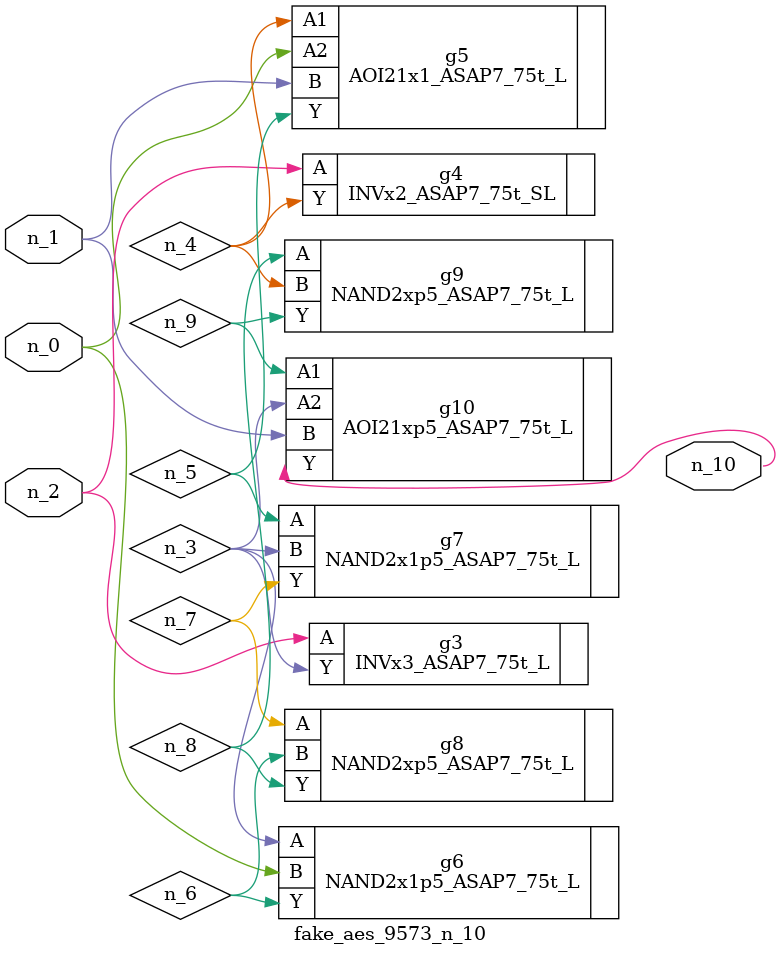
<source format=v>
module fake_aes_9573_n_10 (n_1, n_2, n_0, n_10);
input n_1;
input n_2;
input n_0;
output n_10;
wire n_6;
wire n_4;
wire n_3;
wire n_9;
wire n_5;
wire n_7;
wire n_8;
INVx3_ASAP7_75t_L g3 ( .A(n_2), .Y(n_3) );
INVx2_ASAP7_75t_SL g4 ( .A(n_2), .Y(n_4) );
AOI21x1_ASAP7_75t_L g5 ( .A1(n_4), .A2(n_0), .B(n_1), .Y(n_5) );
NAND2x1p5_ASAP7_75t_L g6 ( .A(n_3), .B(n_0), .Y(n_6) );
NAND2x1p5_ASAP7_75t_L g7 ( .A(n_5), .B(n_3), .Y(n_7) );
NAND2xp5_ASAP7_75t_L g8 ( .A(n_7), .B(n_6), .Y(n_8) );
NAND2xp5_ASAP7_75t_L g9 ( .A(n_8), .B(n_4), .Y(n_9) );
AOI21xp5_ASAP7_75t_L g10 ( .A1(n_9), .A2(n_3), .B(n_1), .Y(n_10) );
endmodule
</source>
